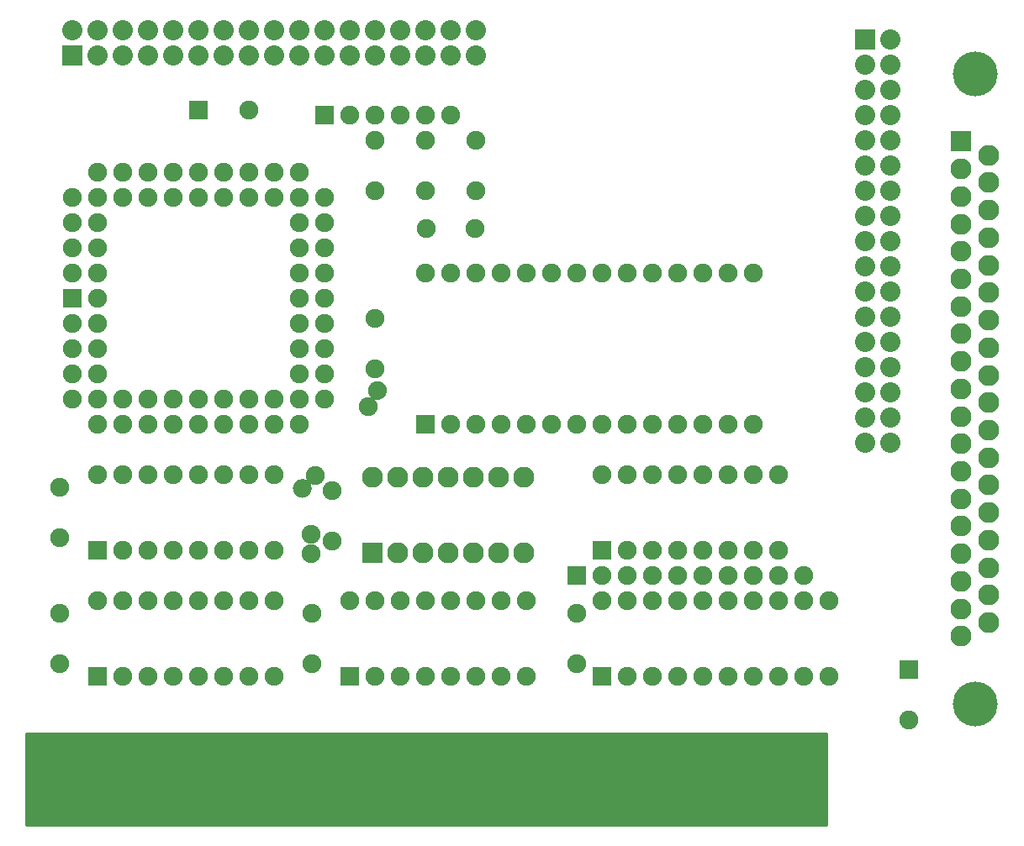
<source format=gts>
%TF.GenerationSoftware,KiCad,Pcbnew,(5.1.6-0)*%
%TF.CreationDate,2020-08-03T14:04:14-05:00*%
%TF.ProjectId,isa_fdc.kicad_DB37-v3.1_pcb,6973615f-6664-4632-9e6b-696361645f44,rev?*%
%TF.SameCoordinates,Original*%
%TF.FileFunction,Soldermask,Top*%
%TF.FilePolarity,Negative*%
%FSLAX46Y46*%
G04 Gerber Fmt 4.6, Leading zero omitted, Abs format (unit mm)*
G04 Created by KiCad (PCBNEW (5.1.6-0)) date 2020-08-03 14:04:14*
%MOMM*%
%LPD*%
G01*
G04 APERTURE LIST*
%ADD10C,1.908000*%
%ADD11C,4.508000*%
%ADD12C,2.108000*%
%ADD13R,2.108000X2.108000*%
%ADD14C,2.032000*%
%ADD15R,2.032000X2.032000*%
%ADD16O,1.908000X1.908000*%
%ADD17O,2.108000X2.108000*%
%ADD18C,1.905000*%
%ADD19R,1.905000X1.905000*%
%ADD20R,2.286000X8.128000*%
%ADD21C,0.254000*%
G04 APERTURE END LIST*
D10*
%TO.C,R3*%
X136440000Y-92220000D03*
G36*
G01*
X136913000Y-91400740D02*
X136913000Y-91400740D01*
G75*
G02*
X136563812Y-90097552I477000J826188D01*
G01*
X136563812Y-90097552D01*
G75*
G02*
X137867000Y-89748364I826188J-477000D01*
G01*
X137867000Y-89748364D01*
G75*
G02*
X138216188Y-91051552I-477000J-826188D01*
G01*
X138216188Y-91051552D01*
G75*
G02*
X136913000Y-91400740I-826188J477000D01*
G01*
G37*
%TD*%
D11*
%TO.C,P2*%
X197570000Y-58670000D03*
X197570000Y-122170000D03*
D12*
X198990000Y-113965000D03*
X198990000Y-111195000D03*
X198990000Y-108425000D03*
X198990000Y-105655000D03*
X198990000Y-102885000D03*
X198990000Y-100115000D03*
X198990000Y-97345000D03*
X198990000Y-94575000D03*
X198990000Y-91805000D03*
X198990000Y-89035000D03*
X198990000Y-86265000D03*
X198990000Y-83495000D03*
X198990000Y-80725000D03*
X198990000Y-77955000D03*
X198990000Y-75185000D03*
X198990000Y-72415000D03*
X198990000Y-69645000D03*
X198990000Y-66875000D03*
X196150000Y-115350000D03*
X196150000Y-112580000D03*
X196150000Y-109810000D03*
X196150000Y-107040000D03*
X196150000Y-104270000D03*
X196150000Y-101500000D03*
X196150000Y-98730000D03*
X196150000Y-95960000D03*
X196150000Y-93190000D03*
X196150000Y-90420000D03*
X196150000Y-87650000D03*
X196150000Y-84880000D03*
X196150000Y-82110000D03*
X196150000Y-79340000D03*
X196150000Y-76570000D03*
X196150000Y-73800000D03*
X196150000Y-71030000D03*
X196150000Y-68260000D03*
D13*
X196150000Y-65490000D03*
%TD*%
D14*
%TO.C,P3*%
X189010000Y-95870000D03*
X186470000Y-95870000D03*
X189010000Y-93330000D03*
X186470000Y-93330000D03*
X186470000Y-90790000D03*
X189010000Y-90790000D03*
X186470000Y-88250000D03*
X189010000Y-88250000D03*
X189010000Y-85710000D03*
X186470000Y-85710000D03*
X189010000Y-83170000D03*
X186470000Y-83170000D03*
X189010000Y-80630000D03*
X186470000Y-80630000D03*
X189010000Y-78090000D03*
X186470000Y-78090000D03*
X189010000Y-75550000D03*
X186470000Y-75550000D03*
X189010000Y-73010000D03*
X186470000Y-73010000D03*
X189010000Y-70470000D03*
X186470000Y-70470000D03*
X189010000Y-67930000D03*
X186470000Y-67930000D03*
X189010000Y-65390000D03*
X186470000Y-65390000D03*
X189010000Y-62850000D03*
X186470000Y-62850000D03*
X189010000Y-60310000D03*
X186470000Y-60310000D03*
X189010000Y-57770000D03*
X186470000Y-57770000D03*
X189010000Y-55230000D03*
D15*
X186470000Y-55230000D03*
%TD*%
D10*
%TO.C,R2*%
X130690000Y-105120000D03*
D16*
X130690000Y-107020000D03*
%TD*%
%TO.C,R1*%
G36*
G01*
X130501077Y-99778923D02*
X130501077Y-99778923D01*
G75*
G02*
X130501077Y-101128083I-674580J-674580D01*
G01*
X130501077Y-101128083D01*
G75*
G02*
X129151917Y-101128083I-674580J674580D01*
G01*
X129151917Y-101128083D01*
G75*
G02*
X129151917Y-99778923I674580J674580D01*
G01*
X129151917Y-99778923D01*
G75*
G02*
X130501077Y-99778923I674580J-674580D01*
G01*
G37*
D10*
X131170000Y-99110000D03*
%TD*%
D13*
%TO.C,U2*%
X136880000Y-106910000D03*
D17*
X152120000Y-99290000D03*
X139420000Y-106910000D03*
X149580000Y-99290000D03*
X141960000Y-106910000D03*
X147040000Y-99290000D03*
X144500000Y-106910000D03*
X144500000Y-99290000D03*
X147040000Y-106910000D03*
X141960000Y-99290000D03*
X149580000Y-106910000D03*
X139420000Y-99290000D03*
X152120000Y-106910000D03*
X136880000Y-99290000D03*
%TD*%
D18*
%TO.C,C2*%
X132790000Y-100680000D03*
X132790000Y-105760000D03*
%TD*%
D19*
%TO.C,SW1*%
X109220000Y-106680000D03*
D18*
X111760000Y-106680000D03*
X114300000Y-106680000D03*
X116840000Y-106680000D03*
X119380000Y-106680000D03*
X121920000Y-106680000D03*
X124460000Y-106680000D03*
X127000000Y-106680000D03*
X127000000Y-99060000D03*
X124460000Y-99060000D03*
X121920000Y-99060000D03*
X119380000Y-99060000D03*
X116840000Y-99060000D03*
X114300000Y-99060000D03*
X111760000Y-99060000D03*
X109220000Y-99060000D03*
%TD*%
D20*
%TO.C,BUS1*%
X177800000Y-129200000D03*
X175260000Y-129200000D03*
X172720000Y-129200000D03*
X170180000Y-129200000D03*
X167640000Y-129200000D03*
X165100000Y-129200000D03*
X162560000Y-129200000D03*
X160020000Y-129200000D03*
X154940000Y-129200000D03*
X152400000Y-129200000D03*
X149860000Y-129200000D03*
X147320000Y-129200000D03*
X144780000Y-129200000D03*
X142240000Y-129200000D03*
X139700000Y-129200000D03*
X137160000Y-129200000D03*
X134620000Y-129200000D03*
X132080000Y-129200000D03*
X129540000Y-129200000D03*
X127000000Y-129200000D03*
X124460000Y-129200000D03*
X121920000Y-129200000D03*
X119380000Y-129200000D03*
X116840000Y-129200000D03*
X114300000Y-129200000D03*
X111760000Y-129200000D03*
X109220000Y-129200000D03*
X106680000Y-129200000D03*
X104140000Y-129200000D03*
%TD*%
D18*
%TO.C,C11*%
X190890000Y-123800000D03*
D19*
X190890000Y-118720000D03*
%TD*%
%TO.C,C12*%
X119350000Y-62340000D03*
D18*
X124430000Y-62340000D03*
%TD*%
D19*
%TO.C,U5*%
X160020000Y-119380000D03*
D18*
X162560000Y-119380000D03*
X165100000Y-119380000D03*
X167640000Y-119380000D03*
X170180000Y-119380000D03*
X172720000Y-119380000D03*
X175260000Y-119380000D03*
X177800000Y-119380000D03*
X180340000Y-119380000D03*
X182880000Y-119380000D03*
X182880000Y-111760000D03*
X180340000Y-111760000D03*
X177800000Y-111760000D03*
X175260000Y-111760000D03*
X172720000Y-111760000D03*
X170180000Y-111760000D03*
X167640000Y-111760000D03*
X165100000Y-111760000D03*
X162560000Y-111760000D03*
X160020000Y-111760000D03*
%TD*%
D19*
%TO.C,U7*%
X109220000Y-119380000D03*
D18*
X111760000Y-119380000D03*
X114300000Y-119380000D03*
X116840000Y-119380000D03*
X119380000Y-119380000D03*
X121920000Y-119380000D03*
X124460000Y-119380000D03*
X127000000Y-119380000D03*
X127000000Y-111760000D03*
X124460000Y-111760000D03*
X121920000Y-111760000D03*
X119380000Y-111760000D03*
X116840000Y-111760000D03*
X114300000Y-111760000D03*
X111760000Y-111760000D03*
X109220000Y-111760000D03*
%TD*%
D19*
%TO.C,U6*%
X134620000Y-119380000D03*
D18*
X137160000Y-119380000D03*
X139700000Y-119380000D03*
X142240000Y-119380000D03*
X144780000Y-119380000D03*
X147320000Y-119380000D03*
X149860000Y-119380000D03*
X152400000Y-119380000D03*
X152400000Y-111760000D03*
X149860000Y-111760000D03*
X147320000Y-111760000D03*
X144780000Y-111760000D03*
X142240000Y-111760000D03*
X139700000Y-111760000D03*
X137160000Y-111760000D03*
X134620000Y-111760000D03*
%TD*%
D19*
%TO.C,SW2*%
X160020000Y-106680000D03*
D18*
X162560000Y-106680000D03*
X165100000Y-106680000D03*
X167640000Y-106680000D03*
X170180000Y-106680000D03*
X172720000Y-106680000D03*
X175260000Y-106680000D03*
X177800000Y-106680000D03*
X177800000Y-99060000D03*
X175260000Y-99060000D03*
X172720000Y-99060000D03*
X170180000Y-99060000D03*
X167640000Y-99060000D03*
X165100000Y-99060000D03*
X162560000Y-99060000D03*
X160020000Y-99060000D03*
%TD*%
%TO.C,C1*%
X105410000Y-100330000D03*
X105410000Y-105410000D03*
%TD*%
%TO.C,C7*%
X105410000Y-113030000D03*
X105410000Y-118110000D03*
%TD*%
%TO.C,C6*%
X130810000Y-113030000D03*
X130810000Y-118110000D03*
%TD*%
%TO.C,C5*%
X157470000Y-113020000D03*
X157470000Y-118100000D03*
%TD*%
%TO.C,C4*%
X137170000Y-83310000D03*
X137170000Y-88390000D03*
%TD*%
%TO.C,C16*%
X142240000Y-70485000D03*
X142240000Y-65405000D03*
%TD*%
%TO.C,C15*%
X147320000Y-70485000D03*
X147320000Y-65405000D03*
%TD*%
D19*
%TO.C,U4*%
X142240000Y-93980000D03*
D18*
X144780000Y-93980000D03*
X147320000Y-93980000D03*
X149860000Y-93980000D03*
X152400000Y-93980000D03*
X154940000Y-93980000D03*
X157480000Y-93980000D03*
X160020000Y-93980000D03*
X162560000Y-93980000D03*
X165100000Y-93980000D03*
X167640000Y-93980000D03*
X170180000Y-93980000D03*
X172720000Y-93980000D03*
X175260000Y-93980000D03*
X175260000Y-78740000D03*
X172720000Y-78740000D03*
X170180000Y-78740000D03*
X167640000Y-78740000D03*
X165100000Y-78740000D03*
X162560000Y-78740000D03*
X160020000Y-78740000D03*
X157480000Y-78740000D03*
X154940000Y-78740000D03*
X152400000Y-78740000D03*
X149860000Y-78740000D03*
X147320000Y-78740000D03*
X144780000Y-78740000D03*
X142240000Y-78740000D03*
%TD*%
%TO.C,C17*%
X137160000Y-65405000D03*
X137160000Y-70485000D03*
%TD*%
D19*
%TO.C,U1*%
X106680000Y-81280000D03*
D18*
X109220000Y-81280000D03*
X106680000Y-83820000D03*
X109220000Y-83820000D03*
X106680000Y-86360000D03*
X109220000Y-86360000D03*
X106680000Y-88900000D03*
X109220000Y-88900000D03*
X106680000Y-91440000D03*
X109220000Y-93980000D03*
X109220000Y-91440000D03*
X111760000Y-93980000D03*
X111760000Y-91440000D03*
X114300000Y-93980000D03*
X114300000Y-91440000D03*
X116840000Y-93980000D03*
X116840000Y-91440000D03*
X119380000Y-93980000D03*
X119380000Y-91440000D03*
X121920000Y-93980000D03*
X121920000Y-91440000D03*
X124460000Y-93980000D03*
X124460000Y-91440000D03*
X127000000Y-93980000D03*
X127000000Y-91440000D03*
X129540000Y-93980000D03*
X132080000Y-91440000D03*
X129540000Y-91440000D03*
X132080000Y-88900000D03*
X129540000Y-88900000D03*
X132080000Y-86360000D03*
X129540000Y-86360000D03*
X132080000Y-83820000D03*
X129540000Y-83820000D03*
X132080000Y-81280000D03*
X129540000Y-81280000D03*
X132080000Y-78740000D03*
X129540000Y-78740000D03*
X132080000Y-76200000D03*
X129540000Y-76200000D03*
X132080000Y-73660000D03*
X129540000Y-73660000D03*
X132080000Y-71120000D03*
X129540000Y-68580000D03*
X129540000Y-71120000D03*
X127000000Y-68580000D03*
X127000000Y-71120000D03*
X124460000Y-68580000D03*
X124460000Y-71120000D03*
X121920000Y-68580000D03*
X121920000Y-71120000D03*
X119380000Y-68580000D03*
X119380000Y-71120000D03*
X116840000Y-68580000D03*
X116840000Y-71120000D03*
X114300000Y-68580000D03*
X114300000Y-71120000D03*
X111760000Y-68580000D03*
X111760000Y-71120000D03*
X109220000Y-68580000D03*
X106680000Y-71120000D03*
X109220000Y-71120000D03*
X106680000Y-73660000D03*
X109220000Y-73660000D03*
X106680000Y-76200000D03*
X109220000Y-76200000D03*
X106680000Y-78740000D03*
X109220000Y-78740000D03*
%TD*%
D15*
%TO.C,P1*%
X106670000Y-56840000D03*
D14*
X106670000Y-54300000D03*
X109210000Y-56840000D03*
X109210000Y-54300000D03*
X111750000Y-56840000D03*
X111750000Y-54300000D03*
X114290000Y-56840000D03*
X114290000Y-54300000D03*
X116830000Y-56840000D03*
X116830000Y-54300000D03*
X119370000Y-56840000D03*
X119370000Y-54300000D03*
X121910000Y-56840000D03*
X121910000Y-54300000D03*
X124450000Y-56840000D03*
X124450000Y-54300000D03*
X126990000Y-56840000D03*
X126990000Y-54300000D03*
X129530000Y-56840000D03*
X129530000Y-54300000D03*
X132070000Y-56840000D03*
X132070000Y-54300000D03*
X134610000Y-56840000D03*
X134610000Y-54300000D03*
X137150000Y-56840000D03*
X137150000Y-54300000D03*
X139690000Y-54300000D03*
X139690000Y-56840000D03*
X142230000Y-54300000D03*
X142230000Y-56840000D03*
X144770000Y-56840000D03*
X144770000Y-54300000D03*
X147310000Y-56840000D03*
X147310000Y-54300000D03*
%TD*%
D19*
%TO.C,RR1*%
X157480000Y-109220000D03*
D18*
X160020000Y-109220000D03*
X162560000Y-109220000D03*
X165100000Y-109220000D03*
X167640000Y-109220000D03*
X170180000Y-109220000D03*
X172720000Y-109220000D03*
X175260000Y-109220000D03*
X177800000Y-109220000D03*
X180340000Y-109220000D03*
%TD*%
%TO.C,RR2*%
X144780000Y-62865000D03*
X142240000Y-62865000D03*
X139700000Y-62865000D03*
X137160000Y-62865000D03*
X134620000Y-62865000D03*
D19*
X132080000Y-62865000D03*
%TD*%
D18*
%TO.C,X1*%
X147220940Y-74295000D03*
X142339060Y-74295000D03*
%TD*%
D21*
G36*
X182570067Y-134333000D02*
G01*
X101966000Y-134333000D01*
X101966000Y-125184000D01*
X182574932Y-125184000D01*
X182570067Y-134333000D01*
G37*
X182570067Y-134333000D02*
X101966000Y-134333000D01*
X101966000Y-125184000D01*
X182574932Y-125184000D01*
X182570067Y-134333000D01*
M02*

</source>
